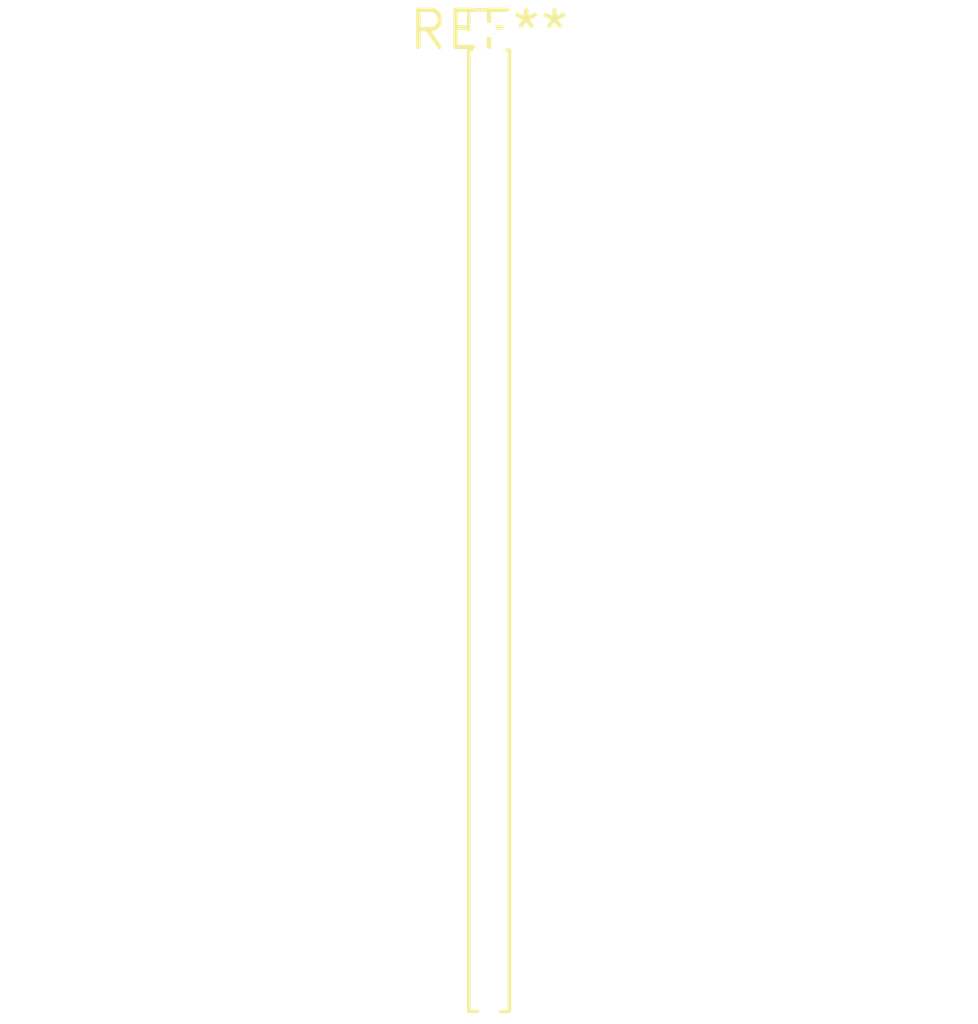
<source format=kicad_pcb>
(kicad_pcb (version 20240108) (generator pcbnew)
  (layers (0 "F.Cu" signal) (31 "B.Cu" signal) (34 "B.Paste" user) (35 "F.Paste" user) (36 "B.SilkS" user "B.Silkscreen") (37 "F.SilkS" user "F.Silkscreen") (38 "B.Mask" user) (39 "F.Mask" user) (44 "Edge.Cuts" user))
  (net 0 "")
  (footprint "PinHeader_1x34_P1.00mm_Vertical" (layer "F.Cu") (at 0 0)
    (property "Reference" "REF**")
    (property "Value" "PinHeader_1x34_P1.00mm_Vertical")
    (fp_line (start -0.695 -0.685) (end 0 -0.685) (layer "F.SilkS") (stroke (width 0.12)))
    (fp_line (start -0.695 0) (end -0.695 -0.685) (layer "F.SilkS") (stroke (width 0.12)))
    (fp_line (start -0.695 0.685) (end -0.695 33.56) (layer "F.SilkS") (stroke (width 0.12)))
    (fp_line (start -0.695 0.685) (end -0.608276 0.685) (layer "F.SilkS") (stroke (width 0.12)))
    (fp_line (start -0.695 33.56) (end -0.394493 33.56) (layer "F.SilkS") (stroke (width 0.12)))
    (fp_line (start 0.394493 33.56) (end 0.695 33.56) (layer "F.SilkS") (stroke (width 0.12)))
    (fp_line (start 0.608276 0.685) (end 0.695 0.685) (layer "F.SilkS") (stroke (width 0.12)))
    (fp_line (start 0.695 0.685) (end 0.695 33.56) (layer "F.SilkS") (stroke (width 0.12)))
    (pad "1" thru_hole rect (at 0 0) (size 0.85 0.85) (drill 0.5) (layers *.Cu *.Mask) (remove_unused_layers))
    (pad "2" thru_hole oval (at 0 1) (size 0.85 0.85) (drill 0.5) (layers *.Cu *.Mask) (remove_unused_layers))
    (pad "3" thru_hole oval (at 0 2) (size 0.85 0.85) (drill 0.5) (layers *.Cu *.Mask) (remove_unused_layers))
    (pad "4" thru_hole oval (at 0 3) (size 0.85 0.85) (drill 0.5) (layers *.Cu *.Mask) (remove_unused_layers))
    (pad "5" thru_hole oval (at 0 4) (size 0.85 0.85) (drill 0.5) (layers *.Cu *.Mask) (remove_unused_layers))
    (pad "6" thru_hole oval (at 0 5) (size 0.85 0.85) (drill 0.5) (layers *.Cu *.Mask) (remove_unused_layers))
    (pad "7" thru_hole oval (at 0 6) (size 0.85 0.85) (drill 0.5) (layers *.Cu *.Mask) (remove_unused_layers))
    (pad "8" thru_hole oval (at 0 7) (size 0.85 0.85) (drill 0.5) (layers *.Cu *.Mask) (remove_unused_layers))
    (pad "9" thru_hole oval (at 0 8) (size 0.85 0.85) (drill 0.5) (layers *.Cu *.Mask) (remove_unused_layers))
    (pad "10" thru_hole oval (at 0 9) (size 0.85 0.85) (drill 0.5) (layers *.Cu *.Mask) (remove_unused_layers))
    (pad "11" thru_hole oval (at 0 10) (size 0.85 0.85) (drill 0.5) (layers *.Cu *.Mask) (remove_unused_layers))
    (pad "12" thru_hole oval (at 0 11) (size 0.85 0.85) (drill 0.5) (layers *.Cu *.Mask) (remove_unused_layers))
    (pad "13" thru_hole oval (at 0 12) (size 0.85 0.85) (drill 0.5) (layers *.Cu *.Mask) (remove_unused_layers))
    (pad "14" thru_hole oval (at 0 13) (size 0.85 0.85) (drill 0.5) (layers *.Cu *.Mask) (remove_unused_layers))
    (pad "15" thru_hole oval (at 0 14) (size 0.85 0.85) (drill 0.5) (layers *.Cu *.Mask) (remove_unused_layers))
    (pad "16" thru_hole oval (at 0 15) (size 0.85 0.85) (drill 0.5) (layers *.Cu *.Mask) (remove_unused_layers))
    (pad "17" thru_hole oval (at 0 16) (size 0.85 0.85) (drill 0.5) (layers *.Cu *.Mask) (remove_unused_layers))
    (pad "18" thru_hole oval (at 0 17) (size 0.85 0.85) (drill 0.5) (layers *.Cu *.Mask) (remove_unused_layers))
    (pad "19" thru_hole oval (at 0 18) (size 0.85 0.85) (drill 0.5) (layers *.Cu *.Mask) (remove_unused_layers))
    (pad "20" thru_hole oval (at 0 19) (size 0.85 0.85) (drill 0.5) (layers *.Cu *.Mask) (remove_unused_layers))
    (pad "21" thru_hole oval (at 0 20) (size 0.85 0.85) (drill 0.5) (layers *.Cu *.Mask) (remove_unused_layers))
    (pad "22" thru_hole oval (at 0 21) (size 0.85 0.85) (drill 0.5) (layers *.Cu *.Mask) (remove_unused_layers))
    (pad "23" thru_hole oval (at 0 22) (size 0.85 0.85) (drill 0.5) (layers *.Cu *.Mask) (remove_unused_layers))
    (pad "24" thru_hole oval (at 0 23) (size 0.85 0.85) (drill 0.5) (layers *.Cu *.Mask) (remove_unused_layers))
    (pad "25" thru_hole oval (at 0 24) (size 0.85 0.85) (drill 0.5) (layers *.Cu *.Mask) (remove_unused_layers))
    (pad "26" thru_hole oval (at 0 25) (size 0.85 0.85) (drill 0.5) (layers *.Cu *.Mask) (remove_unused_layers))
    (pad "27" thru_hole oval (at 0 26) (size 0.85 0.85) (drill 0.5) (layers *.Cu *.Mask) (remove_unused_layers))
    (pad "28" thru_hole oval (at 0 27) (size 0.85 0.85) (drill 0.5) (layers *.Cu *.Mask) (remove_unused_layers))
    (pad "29" thru_hole oval (at 0 28) (size 0.85 0.85) (drill 0.5) (layers *.Cu *.Mask) (remove_unused_layers))
    (pad "30" thru_hole oval (at 0 29) (size 0.85 0.85) (drill 0.5) (layers *.Cu *.Mask) (remove_unused_layers))
    (pad "31" thru_hole oval (at 0 30) (size 0.85 0.85) (drill 0.5) (layers *.Cu *.Mask) (remove_unused_layers))
    (pad "32" thru_hole oval (at 0 31) (size 0.85 0.85) (drill 0.5) (layers *.Cu *.Mask) (remove_unused_layers))
    (pad "33" thru_hole oval (at 0 32) (size 0.85 0.85) (drill 0.5) (layers *.Cu *.Mask) (remove_unused_layers))
    (pad "34" thru_hole oval (at 0 33) (size 0.85 0.85) (drill 0.5) (layers *.Cu *.Mask) (remove_unused_layers))
  )
)
</source>
